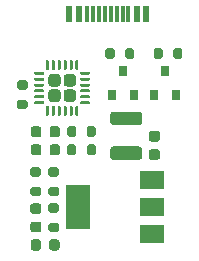
<source format=gbr>
%TF.GenerationSoftware,KiCad,Pcbnew,(5.1.9)-1*%
%TF.CreationDate,2021-05-04T17:18:08+07:00*%
%TF.ProjectId,usb_debug,7573625f-6465-4627-9567-2e6b69636164,rev?*%
%TF.SameCoordinates,Original*%
%TF.FileFunction,Paste,Top*%
%TF.FilePolarity,Positive*%
%FSLAX46Y46*%
G04 Gerber Fmt 4.6, Leading zero omitted, Abs format (unit mm)*
G04 Created by KiCad (PCBNEW (5.1.9)-1) date 2021-05-04 17:18:08*
%MOMM*%
%LPD*%
G01*
G04 APERTURE LIST*
%ADD10R,2.000000X1.500000*%
%ADD11R,2.000000X3.800000*%
%ADD12R,0.800000X0.900000*%
%ADD13R,0.600000X1.450000*%
%ADD14R,0.300000X1.450000*%
G04 APERTURE END LIST*
%TO.C,D3*%
G36*
G01*
X92577500Y-75436250D02*
X92577500Y-74923750D01*
G75*
G02*
X92796250Y-74705000I218750J0D01*
G01*
X93233750Y-74705000D01*
G75*
G02*
X93452500Y-74923750I0J-218750D01*
G01*
X93452500Y-75436250D01*
G75*
G02*
X93233750Y-75655000I-218750J0D01*
G01*
X92796250Y-75655000D01*
G75*
G02*
X92577500Y-75436250I0J218750D01*
G01*
G37*
G36*
G01*
X91002500Y-75436250D02*
X91002500Y-74923750D01*
G75*
G02*
X91221250Y-74705000I218750J0D01*
G01*
X91658750Y-74705000D01*
G75*
G02*
X91877500Y-74923750I0J-218750D01*
G01*
X91877500Y-75436250D01*
G75*
G02*
X91658750Y-75655000I-218750J0D01*
G01*
X91221250Y-75655000D01*
G75*
G02*
X91002500Y-75436250I0J218750D01*
G01*
G37*
%TD*%
%TO.C,D2*%
G36*
G01*
X91907500Y-66873750D02*
X91907500Y-67386250D01*
G75*
G02*
X91688750Y-67605000I-218750J0D01*
G01*
X91251250Y-67605000D01*
G75*
G02*
X91032500Y-67386250I0J218750D01*
G01*
X91032500Y-66873750D01*
G75*
G02*
X91251250Y-66655000I218750J0D01*
G01*
X91688750Y-66655000D01*
G75*
G02*
X91907500Y-66873750I0J-218750D01*
G01*
G37*
G36*
G01*
X93482500Y-66873750D02*
X93482500Y-67386250D01*
G75*
G02*
X93263750Y-67605000I-218750J0D01*
G01*
X92826250Y-67605000D01*
G75*
G02*
X92607500Y-67386250I0J218750D01*
G01*
X92607500Y-66873750D01*
G75*
G02*
X92826250Y-66655000I218750J0D01*
G01*
X93263750Y-66655000D01*
G75*
G02*
X93482500Y-66873750I0J-218750D01*
G01*
G37*
%TD*%
%TO.C,D1*%
G36*
G01*
X91910000Y-65343750D02*
X91910000Y-65856250D01*
G75*
G02*
X91691250Y-66075000I-218750J0D01*
G01*
X91253750Y-66075000D01*
G75*
G02*
X91035000Y-65856250I0J218750D01*
G01*
X91035000Y-65343750D01*
G75*
G02*
X91253750Y-65125000I218750J0D01*
G01*
X91691250Y-65125000D01*
G75*
G02*
X91910000Y-65343750I0J-218750D01*
G01*
G37*
G36*
G01*
X93485000Y-65343750D02*
X93485000Y-65856250D01*
G75*
G02*
X93266250Y-66075000I-218750J0D01*
G01*
X92828750Y-66075000D01*
G75*
G02*
X92610000Y-65856250I0J218750D01*
G01*
X92610000Y-65343750D01*
G75*
G02*
X92828750Y-65125000I218750J0D01*
G01*
X93266250Y-65125000D01*
G75*
G02*
X93485000Y-65343750I0J-218750D01*
G01*
G37*
%TD*%
%TO.C,U2*%
G36*
G01*
X93555000Y-60964999D02*
X93555000Y-61515001D01*
G75*
G02*
X93305001Y-61765000I-249999J0D01*
G01*
X92754999Y-61765000D01*
G75*
G02*
X92505000Y-61515001I0J249999D01*
G01*
X92505000Y-60964999D01*
G75*
G02*
X92754999Y-60715000I249999J0D01*
G01*
X93305001Y-60715000D01*
G75*
G02*
X93555000Y-60964999I0J-249999D01*
G01*
G37*
G36*
G01*
X93555000Y-62264999D02*
X93555000Y-62815001D01*
G75*
G02*
X93305001Y-63065000I-249999J0D01*
G01*
X92754999Y-63065000D01*
G75*
G02*
X92505000Y-62815001I0J249999D01*
G01*
X92505000Y-62264999D01*
G75*
G02*
X92754999Y-62015000I249999J0D01*
G01*
X93305001Y-62015000D01*
G75*
G02*
X93555000Y-62264999I0J-249999D01*
G01*
G37*
G36*
G01*
X94855000Y-60964999D02*
X94855000Y-61515001D01*
G75*
G02*
X94605001Y-61765000I-249999J0D01*
G01*
X94054999Y-61765000D01*
G75*
G02*
X93805000Y-61515001I0J249999D01*
G01*
X93805000Y-60964999D01*
G75*
G02*
X94054999Y-60715000I249999J0D01*
G01*
X94605001Y-60715000D01*
G75*
G02*
X94855000Y-60964999I0J-249999D01*
G01*
G37*
G36*
G01*
X94855000Y-62264999D02*
X94855000Y-62815001D01*
G75*
G02*
X94605001Y-63065000I-249999J0D01*
G01*
X94054999Y-63065000D01*
G75*
G02*
X93805000Y-62815001I0J249999D01*
G01*
X93805000Y-62264999D01*
G75*
G02*
X94054999Y-62015000I249999J0D01*
G01*
X94605001Y-62015000D01*
G75*
G02*
X94855000Y-62264999I0J-249999D01*
G01*
G37*
G36*
G01*
X95055000Y-63477500D02*
X95055000Y-64177500D01*
G75*
G02*
X94992500Y-64240000I-62500J0D01*
G01*
X94867500Y-64240000D01*
G75*
G02*
X94805000Y-64177500I0J62500D01*
G01*
X94805000Y-63477500D01*
G75*
G02*
X94867500Y-63415000I62500J0D01*
G01*
X94992500Y-63415000D01*
G75*
G02*
X95055000Y-63477500I0J-62500D01*
G01*
G37*
G36*
G01*
X94555000Y-63477500D02*
X94555000Y-64177500D01*
G75*
G02*
X94492500Y-64240000I-62500J0D01*
G01*
X94367500Y-64240000D01*
G75*
G02*
X94305000Y-64177500I0J62500D01*
G01*
X94305000Y-63477500D01*
G75*
G02*
X94367500Y-63415000I62500J0D01*
G01*
X94492500Y-63415000D01*
G75*
G02*
X94555000Y-63477500I0J-62500D01*
G01*
G37*
G36*
G01*
X94055000Y-63477500D02*
X94055000Y-64177500D01*
G75*
G02*
X93992500Y-64240000I-62500J0D01*
G01*
X93867500Y-64240000D01*
G75*
G02*
X93805000Y-64177500I0J62500D01*
G01*
X93805000Y-63477500D01*
G75*
G02*
X93867500Y-63415000I62500J0D01*
G01*
X93992500Y-63415000D01*
G75*
G02*
X94055000Y-63477500I0J-62500D01*
G01*
G37*
G36*
G01*
X93555000Y-63477500D02*
X93555000Y-64177500D01*
G75*
G02*
X93492500Y-64240000I-62500J0D01*
G01*
X93367500Y-64240000D01*
G75*
G02*
X93305000Y-64177500I0J62500D01*
G01*
X93305000Y-63477500D01*
G75*
G02*
X93367500Y-63415000I62500J0D01*
G01*
X93492500Y-63415000D01*
G75*
G02*
X93555000Y-63477500I0J-62500D01*
G01*
G37*
G36*
G01*
X93055000Y-63477500D02*
X93055000Y-64177500D01*
G75*
G02*
X92992500Y-64240000I-62500J0D01*
G01*
X92867500Y-64240000D01*
G75*
G02*
X92805000Y-64177500I0J62500D01*
G01*
X92805000Y-63477500D01*
G75*
G02*
X92867500Y-63415000I62500J0D01*
G01*
X92992500Y-63415000D01*
G75*
G02*
X93055000Y-63477500I0J-62500D01*
G01*
G37*
G36*
G01*
X92555000Y-63477500D02*
X92555000Y-64177500D01*
G75*
G02*
X92492500Y-64240000I-62500J0D01*
G01*
X92367500Y-64240000D01*
G75*
G02*
X92305000Y-64177500I0J62500D01*
G01*
X92305000Y-63477500D01*
G75*
G02*
X92367500Y-63415000I62500J0D01*
G01*
X92492500Y-63415000D01*
G75*
G02*
X92555000Y-63477500I0J-62500D01*
G01*
G37*
G36*
G01*
X92155000Y-63077500D02*
X92155000Y-63202500D01*
G75*
G02*
X92092500Y-63265000I-62500J0D01*
G01*
X91392500Y-63265000D01*
G75*
G02*
X91330000Y-63202500I0J62500D01*
G01*
X91330000Y-63077500D01*
G75*
G02*
X91392500Y-63015000I62500J0D01*
G01*
X92092500Y-63015000D01*
G75*
G02*
X92155000Y-63077500I0J-62500D01*
G01*
G37*
G36*
G01*
X92155000Y-62577500D02*
X92155000Y-62702500D01*
G75*
G02*
X92092500Y-62765000I-62500J0D01*
G01*
X91392500Y-62765000D01*
G75*
G02*
X91330000Y-62702500I0J62500D01*
G01*
X91330000Y-62577500D01*
G75*
G02*
X91392500Y-62515000I62500J0D01*
G01*
X92092500Y-62515000D01*
G75*
G02*
X92155000Y-62577500I0J-62500D01*
G01*
G37*
G36*
G01*
X92155000Y-62077500D02*
X92155000Y-62202500D01*
G75*
G02*
X92092500Y-62265000I-62500J0D01*
G01*
X91392500Y-62265000D01*
G75*
G02*
X91330000Y-62202500I0J62500D01*
G01*
X91330000Y-62077500D01*
G75*
G02*
X91392500Y-62015000I62500J0D01*
G01*
X92092500Y-62015000D01*
G75*
G02*
X92155000Y-62077500I0J-62500D01*
G01*
G37*
G36*
G01*
X92155000Y-61577500D02*
X92155000Y-61702500D01*
G75*
G02*
X92092500Y-61765000I-62500J0D01*
G01*
X91392500Y-61765000D01*
G75*
G02*
X91330000Y-61702500I0J62500D01*
G01*
X91330000Y-61577500D01*
G75*
G02*
X91392500Y-61515000I62500J0D01*
G01*
X92092500Y-61515000D01*
G75*
G02*
X92155000Y-61577500I0J-62500D01*
G01*
G37*
G36*
G01*
X92155000Y-61077500D02*
X92155000Y-61202500D01*
G75*
G02*
X92092500Y-61265000I-62500J0D01*
G01*
X91392500Y-61265000D01*
G75*
G02*
X91330000Y-61202500I0J62500D01*
G01*
X91330000Y-61077500D01*
G75*
G02*
X91392500Y-61015000I62500J0D01*
G01*
X92092500Y-61015000D01*
G75*
G02*
X92155000Y-61077500I0J-62500D01*
G01*
G37*
G36*
G01*
X92155000Y-60577500D02*
X92155000Y-60702500D01*
G75*
G02*
X92092500Y-60765000I-62500J0D01*
G01*
X91392500Y-60765000D01*
G75*
G02*
X91330000Y-60702500I0J62500D01*
G01*
X91330000Y-60577500D01*
G75*
G02*
X91392500Y-60515000I62500J0D01*
G01*
X92092500Y-60515000D01*
G75*
G02*
X92155000Y-60577500I0J-62500D01*
G01*
G37*
G36*
G01*
X92555000Y-59602500D02*
X92555000Y-60302500D01*
G75*
G02*
X92492500Y-60365000I-62500J0D01*
G01*
X92367500Y-60365000D01*
G75*
G02*
X92305000Y-60302500I0J62500D01*
G01*
X92305000Y-59602500D01*
G75*
G02*
X92367500Y-59540000I62500J0D01*
G01*
X92492500Y-59540000D01*
G75*
G02*
X92555000Y-59602500I0J-62500D01*
G01*
G37*
G36*
G01*
X93055000Y-59602500D02*
X93055000Y-60302500D01*
G75*
G02*
X92992500Y-60365000I-62500J0D01*
G01*
X92867500Y-60365000D01*
G75*
G02*
X92805000Y-60302500I0J62500D01*
G01*
X92805000Y-59602500D01*
G75*
G02*
X92867500Y-59540000I62500J0D01*
G01*
X92992500Y-59540000D01*
G75*
G02*
X93055000Y-59602500I0J-62500D01*
G01*
G37*
G36*
G01*
X93555000Y-59602500D02*
X93555000Y-60302500D01*
G75*
G02*
X93492500Y-60365000I-62500J0D01*
G01*
X93367500Y-60365000D01*
G75*
G02*
X93305000Y-60302500I0J62500D01*
G01*
X93305000Y-59602500D01*
G75*
G02*
X93367500Y-59540000I62500J0D01*
G01*
X93492500Y-59540000D01*
G75*
G02*
X93555000Y-59602500I0J-62500D01*
G01*
G37*
G36*
G01*
X94055000Y-59602500D02*
X94055000Y-60302500D01*
G75*
G02*
X93992500Y-60365000I-62500J0D01*
G01*
X93867500Y-60365000D01*
G75*
G02*
X93805000Y-60302500I0J62500D01*
G01*
X93805000Y-59602500D01*
G75*
G02*
X93867500Y-59540000I62500J0D01*
G01*
X93992500Y-59540000D01*
G75*
G02*
X94055000Y-59602500I0J-62500D01*
G01*
G37*
G36*
G01*
X94555000Y-59602500D02*
X94555000Y-60302500D01*
G75*
G02*
X94492500Y-60365000I-62500J0D01*
G01*
X94367500Y-60365000D01*
G75*
G02*
X94305000Y-60302500I0J62500D01*
G01*
X94305000Y-59602500D01*
G75*
G02*
X94367500Y-59540000I62500J0D01*
G01*
X94492500Y-59540000D01*
G75*
G02*
X94555000Y-59602500I0J-62500D01*
G01*
G37*
G36*
G01*
X95055000Y-59602500D02*
X95055000Y-60302500D01*
G75*
G02*
X94992500Y-60365000I-62500J0D01*
G01*
X94867500Y-60365000D01*
G75*
G02*
X94805000Y-60302500I0J62500D01*
G01*
X94805000Y-59602500D01*
G75*
G02*
X94867500Y-59540000I62500J0D01*
G01*
X94992500Y-59540000D01*
G75*
G02*
X95055000Y-59602500I0J-62500D01*
G01*
G37*
G36*
G01*
X96030000Y-60577500D02*
X96030000Y-60702500D01*
G75*
G02*
X95967500Y-60765000I-62500J0D01*
G01*
X95267500Y-60765000D01*
G75*
G02*
X95205000Y-60702500I0J62500D01*
G01*
X95205000Y-60577500D01*
G75*
G02*
X95267500Y-60515000I62500J0D01*
G01*
X95967500Y-60515000D01*
G75*
G02*
X96030000Y-60577500I0J-62500D01*
G01*
G37*
G36*
G01*
X96030000Y-61077500D02*
X96030000Y-61202500D01*
G75*
G02*
X95967500Y-61265000I-62500J0D01*
G01*
X95267500Y-61265000D01*
G75*
G02*
X95205000Y-61202500I0J62500D01*
G01*
X95205000Y-61077500D01*
G75*
G02*
X95267500Y-61015000I62500J0D01*
G01*
X95967500Y-61015000D01*
G75*
G02*
X96030000Y-61077500I0J-62500D01*
G01*
G37*
G36*
G01*
X96030000Y-61577500D02*
X96030000Y-61702500D01*
G75*
G02*
X95967500Y-61765000I-62500J0D01*
G01*
X95267500Y-61765000D01*
G75*
G02*
X95205000Y-61702500I0J62500D01*
G01*
X95205000Y-61577500D01*
G75*
G02*
X95267500Y-61515000I62500J0D01*
G01*
X95967500Y-61515000D01*
G75*
G02*
X96030000Y-61577500I0J-62500D01*
G01*
G37*
G36*
G01*
X96030000Y-62077500D02*
X96030000Y-62202500D01*
G75*
G02*
X95967500Y-62265000I-62500J0D01*
G01*
X95267500Y-62265000D01*
G75*
G02*
X95205000Y-62202500I0J62500D01*
G01*
X95205000Y-62077500D01*
G75*
G02*
X95267500Y-62015000I62500J0D01*
G01*
X95967500Y-62015000D01*
G75*
G02*
X96030000Y-62077500I0J-62500D01*
G01*
G37*
G36*
G01*
X96030000Y-62577500D02*
X96030000Y-62702500D01*
G75*
G02*
X95967500Y-62765000I-62500J0D01*
G01*
X95267500Y-62765000D01*
G75*
G02*
X95205000Y-62702500I0J62500D01*
G01*
X95205000Y-62577500D01*
G75*
G02*
X95267500Y-62515000I62500J0D01*
G01*
X95967500Y-62515000D01*
G75*
G02*
X96030000Y-62577500I0J-62500D01*
G01*
G37*
G36*
G01*
X96030000Y-63077500D02*
X96030000Y-63202500D01*
G75*
G02*
X95967500Y-63265000I-62500J0D01*
G01*
X95267500Y-63265000D01*
G75*
G02*
X95205000Y-63202500I0J62500D01*
G01*
X95205000Y-63077500D01*
G75*
G02*
X95267500Y-63015000I62500J0D01*
G01*
X95967500Y-63015000D01*
G75*
G02*
X96030000Y-63077500I0J-62500D01*
G01*
G37*
%TD*%
D10*
%TO.C,U1*%
X101320000Y-74240000D03*
X101320000Y-69640000D03*
X101320000Y-71940000D03*
D11*
X95020000Y-71940000D03*
%TD*%
%TO.C,R8*%
G36*
G01*
X103060000Y-59255000D02*
X103060000Y-58705000D01*
G75*
G02*
X103260000Y-58505000I200000J0D01*
G01*
X103660000Y-58505000D01*
G75*
G02*
X103860000Y-58705000I0J-200000D01*
G01*
X103860000Y-59255000D01*
G75*
G02*
X103660000Y-59455000I-200000J0D01*
G01*
X103260000Y-59455000D01*
G75*
G02*
X103060000Y-59255000I0J200000D01*
G01*
G37*
G36*
G01*
X101410000Y-59255000D02*
X101410000Y-58705000D01*
G75*
G02*
X101610000Y-58505000I200000J0D01*
G01*
X102010000Y-58505000D01*
G75*
G02*
X102210000Y-58705000I0J-200000D01*
G01*
X102210000Y-59255000D01*
G75*
G02*
X102010000Y-59455000I-200000J0D01*
G01*
X101610000Y-59455000D01*
G75*
G02*
X101410000Y-59255000I0J200000D01*
G01*
G37*
%TD*%
%TO.C,R7*%
G36*
G01*
X98130000Y-58695000D02*
X98130000Y-59245000D01*
G75*
G02*
X97930000Y-59445000I-200000J0D01*
G01*
X97530000Y-59445000D01*
G75*
G02*
X97330000Y-59245000I0J200000D01*
G01*
X97330000Y-58695000D01*
G75*
G02*
X97530000Y-58495000I200000J0D01*
G01*
X97930000Y-58495000D01*
G75*
G02*
X98130000Y-58695000I0J-200000D01*
G01*
G37*
G36*
G01*
X99780000Y-58695000D02*
X99780000Y-59245000D01*
G75*
G02*
X99580000Y-59445000I-200000J0D01*
G01*
X99180000Y-59445000D01*
G75*
G02*
X98980000Y-59245000I0J200000D01*
G01*
X98980000Y-58695000D01*
G75*
G02*
X99180000Y-58495000I200000J0D01*
G01*
X99580000Y-58495000D01*
G75*
G02*
X99780000Y-58695000I0J-200000D01*
G01*
G37*
%TD*%
%TO.C,R6*%
G36*
G01*
X93245000Y-72460000D02*
X92695000Y-72460000D01*
G75*
G02*
X92495000Y-72260000I0J200000D01*
G01*
X92495000Y-71860000D01*
G75*
G02*
X92695000Y-71660000I200000J0D01*
G01*
X93245000Y-71660000D01*
G75*
G02*
X93445000Y-71860000I0J-200000D01*
G01*
X93445000Y-72260000D01*
G75*
G02*
X93245000Y-72460000I-200000J0D01*
G01*
G37*
G36*
G01*
X93245000Y-74110000D02*
X92695000Y-74110000D01*
G75*
G02*
X92495000Y-73910000I0J200000D01*
G01*
X92495000Y-73510000D01*
G75*
G02*
X92695000Y-73310000I200000J0D01*
G01*
X93245000Y-73310000D01*
G75*
G02*
X93445000Y-73510000I0J-200000D01*
G01*
X93445000Y-73910000D01*
G75*
G02*
X93245000Y-74110000I-200000J0D01*
G01*
G37*
%TD*%
%TO.C,R5*%
G36*
G01*
X90015000Y-62890000D02*
X90565000Y-62890000D01*
G75*
G02*
X90765000Y-63090000I0J-200000D01*
G01*
X90765000Y-63490000D01*
G75*
G02*
X90565000Y-63690000I-200000J0D01*
G01*
X90015000Y-63690000D01*
G75*
G02*
X89815000Y-63490000I0J200000D01*
G01*
X89815000Y-63090000D01*
G75*
G02*
X90015000Y-62890000I200000J0D01*
G01*
G37*
G36*
G01*
X90015000Y-61240000D02*
X90565000Y-61240000D01*
G75*
G02*
X90765000Y-61440000I0J-200000D01*
G01*
X90765000Y-61840000D01*
G75*
G02*
X90565000Y-62040000I-200000J0D01*
G01*
X90015000Y-62040000D01*
G75*
G02*
X89815000Y-61840000I0J200000D01*
G01*
X89815000Y-61440000D01*
G75*
G02*
X90015000Y-61240000I200000J0D01*
G01*
G37*
%TD*%
%TO.C,R4*%
G36*
G01*
X94890000Y-65315000D02*
X94890000Y-65865000D01*
G75*
G02*
X94690000Y-66065000I-200000J0D01*
G01*
X94290000Y-66065000D01*
G75*
G02*
X94090000Y-65865000I0J200000D01*
G01*
X94090000Y-65315000D01*
G75*
G02*
X94290000Y-65115000I200000J0D01*
G01*
X94690000Y-65115000D01*
G75*
G02*
X94890000Y-65315000I0J-200000D01*
G01*
G37*
G36*
G01*
X96540000Y-65315000D02*
X96540000Y-65865000D01*
G75*
G02*
X96340000Y-66065000I-200000J0D01*
G01*
X95940000Y-66065000D01*
G75*
G02*
X95740000Y-65865000I0J200000D01*
G01*
X95740000Y-65315000D01*
G75*
G02*
X95940000Y-65115000I200000J0D01*
G01*
X96340000Y-65115000D01*
G75*
G02*
X96540000Y-65315000I0J-200000D01*
G01*
G37*
%TD*%
%TO.C,R3*%
G36*
G01*
X95740000Y-67405000D02*
X95740000Y-66855000D01*
G75*
G02*
X95940000Y-66655000I200000J0D01*
G01*
X96340000Y-66655000D01*
G75*
G02*
X96540000Y-66855000I0J-200000D01*
G01*
X96540000Y-67405000D01*
G75*
G02*
X96340000Y-67605000I-200000J0D01*
G01*
X95940000Y-67605000D01*
G75*
G02*
X95740000Y-67405000I0J200000D01*
G01*
G37*
G36*
G01*
X94090000Y-67405000D02*
X94090000Y-66855000D01*
G75*
G02*
X94290000Y-66655000I200000J0D01*
G01*
X94690000Y-66655000D01*
G75*
G02*
X94890000Y-66855000I0J-200000D01*
G01*
X94890000Y-67405000D01*
G75*
G02*
X94690000Y-67605000I-200000J0D01*
G01*
X94290000Y-67605000D01*
G75*
G02*
X94090000Y-67405000I0J200000D01*
G01*
G37*
%TD*%
%TO.C,R2*%
G36*
G01*
X93245000Y-69400000D02*
X92695000Y-69400000D01*
G75*
G02*
X92495000Y-69200000I0J200000D01*
G01*
X92495000Y-68800000D01*
G75*
G02*
X92695000Y-68600000I200000J0D01*
G01*
X93245000Y-68600000D01*
G75*
G02*
X93445000Y-68800000I0J-200000D01*
G01*
X93445000Y-69200000D01*
G75*
G02*
X93245000Y-69400000I-200000J0D01*
G01*
G37*
G36*
G01*
X93245000Y-71050000D02*
X92695000Y-71050000D01*
G75*
G02*
X92495000Y-70850000I0J200000D01*
G01*
X92495000Y-70450000D01*
G75*
G02*
X92695000Y-70250000I200000J0D01*
G01*
X93245000Y-70250000D01*
G75*
G02*
X93445000Y-70450000I0J-200000D01*
G01*
X93445000Y-70850000D01*
G75*
G02*
X93245000Y-71050000I-200000J0D01*
G01*
G37*
%TD*%
%TO.C,R1*%
G36*
G01*
X91715000Y-69400000D02*
X91165000Y-69400000D01*
G75*
G02*
X90965000Y-69200000I0J200000D01*
G01*
X90965000Y-68800000D01*
G75*
G02*
X91165000Y-68600000I200000J0D01*
G01*
X91715000Y-68600000D01*
G75*
G02*
X91915000Y-68800000I0J-200000D01*
G01*
X91915000Y-69200000D01*
G75*
G02*
X91715000Y-69400000I-200000J0D01*
G01*
G37*
G36*
G01*
X91715000Y-71050000D02*
X91165000Y-71050000D01*
G75*
G02*
X90965000Y-70850000I0J200000D01*
G01*
X90965000Y-70450000D01*
G75*
G02*
X91165000Y-70250000I200000J0D01*
G01*
X91715000Y-70250000D01*
G75*
G02*
X91915000Y-70450000I0J-200000D01*
G01*
X91915000Y-70850000D01*
G75*
G02*
X91715000Y-71050000I-200000J0D01*
G01*
G37*
%TD*%
D12*
%TO.C,Q2*%
X102390000Y-60470000D03*
X103340000Y-62470000D03*
X101440000Y-62470000D03*
%TD*%
%TO.C,Q1*%
X98820000Y-60470000D03*
X99770000Y-62470000D03*
X97870000Y-62470000D03*
%TD*%
D13*
%TO.C,J1*%
X94290000Y-55645000D03*
X95090000Y-55645000D03*
X99990000Y-55645000D03*
X100790000Y-55645000D03*
X100790000Y-55645000D03*
X99990000Y-55645000D03*
X95090000Y-55645000D03*
X94290000Y-55645000D03*
D14*
X99290000Y-55645000D03*
X98790000Y-55645000D03*
X98290000Y-55645000D03*
X97290000Y-55645000D03*
X96790000Y-55645000D03*
X96290000Y-55645000D03*
X95790000Y-55645000D03*
X97790000Y-55645000D03*
%TD*%
%TO.C,C3*%
G36*
G01*
X91200000Y-73210000D02*
X91700000Y-73210000D01*
G75*
G02*
X91925000Y-73435000I0J-225000D01*
G01*
X91925000Y-73885000D01*
G75*
G02*
X91700000Y-74110000I-225000J0D01*
G01*
X91200000Y-74110000D01*
G75*
G02*
X90975000Y-73885000I0J225000D01*
G01*
X90975000Y-73435000D01*
G75*
G02*
X91200000Y-73210000I225000J0D01*
G01*
G37*
G36*
G01*
X91200000Y-71660000D02*
X91700000Y-71660000D01*
G75*
G02*
X91925000Y-71885000I0J-225000D01*
G01*
X91925000Y-72335000D01*
G75*
G02*
X91700000Y-72560000I-225000J0D01*
G01*
X91200000Y-72560000D01*
G75*
G02*
X90975000Y-72335000I0J225000D01*
G01*
X90975000Y-71885000D01*
G75*
G02*
X91200000Y-71660000I225000J0D01*
G01*
G37*
%TD*%
%TO.C,C2*%
G36*
G01*
X101740000Y-66430000D02*
X101240000Y-66430000D01*
G75*
G02*
X101015000Y-66205000I0J225000D01*
G01*
X101015000Y-65755000D01*
G75*
G02*
X101240000Y-65530000I225000J0D01*
G01*
X101740000Y-65530000D01*
G75*
G02*
X101965000Y-65755000I0J-225000D01*
G01*
X101965000Y-66205000D01*
G75*
G02*
X101740000Y-66430000I-225000J0D01*
G01*
G37*
G36*
G01*
X101740000Y-67980000D02*
X101240000Y-67980000D01*
G75*
G02*
X101015000Y-67755000I0J225000D01*
G01*
X101015000Y-67305000D01*
G75*
G02*
X101240000Y-67080000I225000J0D01*
G01*
X101740000Y-67080000D01*
G75*
G02*
X101965000Y-67305000I0J-225000D01*
G01*
X101965000Y-67755000D01*
G75*
G02*
X101740000Y-67980000I-225000J0D01*
G01*
G37*
%TD*%
%TO.C,C1*%
G36*
G01*
X97999999Y-66835000D02*
X100200001Y-66835000D01*
G75*
G02*
X100450000Y-67084999I0J-249999D01*
G01*
X100450000Y-67735001D01*
G75*
G02*
X100200001Y-67985000I-249999J0D01*
G01*
X97999999Y-67985000D01*
G75*
G02*
X97750000Y-67735001I0J249999D01*
G01*
X97750000Y-67084999D01*
G75*
G02*
X97999999Y-66835000I249999J0D01*
G01*
G37*
G36*
G01*
X97999999Y-63885000D02*
X100200001Y-63885000D01*
G75*
G02*
X100450000Y-64134999I0J-249999D01*
G01*
X100450000Y-64785001D01*
G75*
G02*
X100200001Y-65035000I-249999J0D01*
G01*
X97999999Y-65035000D01*
G75*
G02*
X97750000Y-64785001I0J249999D01*
G01*
X97750000Y-64134999D01*
G75*
G02*
X97999999Y-63885000I249999J0D01*
G01*
G37*
%TD*%
M02*

</source>
